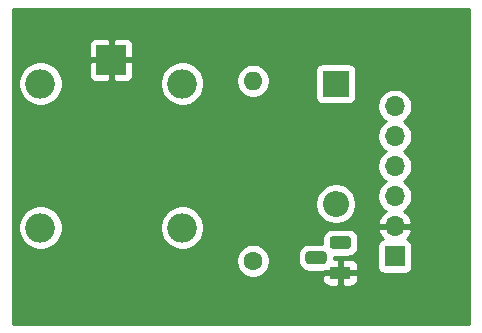
<source format=gbr>
%TF.GenerationSoftware,KiCad,Pcbnew,(5.1.9)-1*%
%TF.CreationDate,2021-08-19T10:12:21-05:00*%
%TF.ProjectId,rele,72656c65-2e6b-4696-9361-645f70636258,rev?*%
%TF.SameCoordinates,Original*%
%TF.FileFunction,Copper,L2,Bot*%
%TF.FilePolarity,Positive*%
%FSLAX46Y46*%
G04 Gerber Fmt 4.6, Leading zero omitted, Abs format (unit mm)*
G04 Created by KiCad (PCBNEW (5.1.9)-1) date 2021-08-19 10:12:21*
%MOMM*%
%LPD*%
G01*
G04 APERTURE LIST*
%TA.AperFunction,ComponentPad*%
%ADD10O,2.500000X2.500000*%
%TD*%
%TA.AperFunction,ComponentPad*%
%ADD11R,2.500000X2.500000*%
%TD*%
%TA.AperFunction,ComponentPad*%
%ADD12O,1.700000X1.700000*%
%TD*%
%TA.AperFunction,ComponentPad*%
%ADD13R,1.700000X1.700000*%
%TD*%
%TA.AperFunction,ComponentPad*%
%ADD14R,1.800000X1.100000*%
%TD*%
%TA.AperFunction,ComponentPad*%
%ADD15O,1.600000X1.600000*%
%TD*%
%TA.AperFunction,ComponentPad*%
%ADD16C,1.600000*%
%TD*%
%TA.AperFunction,ComponentPad*%
%ADD17O,2.200000X2.200000*%
%TD*%
%TA.AperFunction,ComponentPad*%
%ADD18R,2.200000X2.200000*%
%TD*%
%TA.AperFunction,ViaPad*%
%ADD19C,0.800000*%
%TD*%
%TA.AperFunction,Conductor*%
%ADD20C,0.254000*%
%TD*%
%TA.AperFunction,Conductor*%
%ADD21C,0.100000*%
%TD*%
G04 APERTURE END LIST*
D10*
%TO.P,K1,5*%
%TO.N,+5V*%
X115000000Y-70000000D03*
%TO.P,K1,4*%
%TO.N,Net-(K1-Pad4)*%
X115000000Y-82200000D03*
%TO.P,K1,3*%
%TO.N,/OUT*%
X103000000Y-82200000D03*
%TO.P,K1,2*%
%TO.N,Net-(D1-Pad2)*%
X103000000Y-70000000D03*
D11*
%TO.P,K1,1*%
%TO.N,GND*%
X109000000Y-68000000D03*
%TD*%
D12*
%TO.P,J1,6*%
%TO.N,+5V*%
X133000000Y-71920000D03*
%TO.P,J1,5*%
%TO.N,/D*%
X133000000Y-74460000D03*
%TO.P,J1,4*%
%TO.N,+12V*%
X133000000Y-77000000D03*
%TO.P,J1,3*%
X133000000Y-79540000D03*
%TO.P,J1,2*%
%TO.N,GND*%
X133000000Y-82080000D03*
D13*
%TO.P,J1,1*%
%TO.N,/OUT*%
X133000000Y-84620000D03*
%TD*%
D14*
%TO.P,Q1,1*%
%TO.N,GND*%
X128400000Y-86000000D03*
%TO.P,Q1,3*%
%TO.N,Net-(D1-Pad2)*%
%TA.AperFunction,ComponentPad*%
G36*
G01*
X129025000Y-84010000D02*
X127775000Y-84010000D01*
G75*
G02*
X127500000Y-83735000I0J275000D01*
G01*
X127500000Y-83185000D01*
G75*
G02*
X127775000Y-82910000I275000J0D01*
G01*
X129025000Y-82910000D01*
G75*
G02*
X129300000Y-83185000I0J-275000D01*
G01*
X129300000Y-83735000D01*
G75*
G02*
X129025000Y-84010000I-275000J0D01*
G01*
G37*
%TD.AperFunction*%
%TO.P,Q1,2*%
%TO.N,Net-(Q1-Pad2)*%
%TA.AperFunction,ComponentPad*%
G36*
G01*
X126955000Y-85280000D02*
X125705000Y-85280000D01*
G75*
G02*
X125430000Y-85005000I0J275000D01*
G01*
X125430000Y-84455000D01*
G75*
G02*
X125705000Y-84180000I275000J0D01*
G01*
X126955000Y-84180000D01*
G75*
G02*
X127230000Y-84455000I0J-275000D01*
G01*
X127230000Y-85005000D01*
G75*
G02*
X126955000Y-85280000I-275000J0D01*
G01*
G37*
%TD.AperFunction*%
%TD*%
D15*
%TO.P,R1,2*%
%TO.N,/D*%
X121000000Y-69760000D03*
D16*
%TO.P,R1,1*%
%TO.N,Net-(Q1-Pad2)*%
X121000000Y-85000000D03*
%TD*%
D17*
%TO.P,D1,2*%
%TO.N,Net-(D1-Pad2)*%
X128000000Y-80160000D03*
D18*
%TO.P,D1,1*%
%TO.N,+5V*%
X128000000Y-70000000D03*
%TD*%
D19*
%TO.N,GND*%
X102000000Y-65000000D03*
X104000000Y-65000000D03*
X106000000Y-65000000D03*
X108000000Y-65000000D03*
X110000000Y-65000000D03*
X112000000Y-65000000D03*
X114000000Y-65000000D03*
X116000000Y-65000000D03*
X118000000Y-65000000D03*
X120000000Y-65000000D03*
X122000000Y-65000000D03*
X124000000Y-65000000D03*
X126000000Y-65000000D03*
X128000000Y-65000000D03*
X130000000Y-65000000D03*
X132000000Y-65000000D03*
X134000000Y-65000000D03*
X136000000Y-65000000D03*
X138000000Y-65000000D03*
X137000000Y-66000000D03*
X135000000Y-66000000D03*
X133000000Y-66000000D03*
X131000000Y-66000000D03*
X129000000Y-66000000D03*
X127000000Y-66000000D03*
X128000000Y-67000000D03*
X130000000Y-67000000D03*
X132000000Y-67000000D03*
X134000000Y-67000000D03*
X136000000Y-67000000D03*
X138000000Y-67000000D03*
X137000000Y-68000000D03*
X135000000Y-68000000D03*
X133000000Y-68000000D03*
X131000000Y-68000000D03*
X131000000Y-70000000D03*
X132000000Y-69000000D03*
X133000000Y-70000000D03*
X134000000Y-69000000D03*
X135000000Y-70000000D03*
X136000000Y-69000000D03*
X137000000Y-70000000D03*
X138000000Y-69000000D03*
X138000000Y-71000000D03*
X136000000Y-71000000D03*
X135000000Y-72000000D03*
X136000000Y-73000000D03*
X137000000Y-72000000D03*
X138000000Y-73000000D03*
X135000000Y-74000000D03*
X136000000Y-75000000D03*
X137000000Y-74000000D03*
X138000000Y-75000000D03*
X138000000Y-77000000D03*
X135000000Y-76000000D03*
X136000000Y-77000000D03*
X137000000Y-76000000D03*
X137000000Y-78000000D03*
X135000000Y-78000000D03*
X138000000Y-79000000D03*
X136000000Y-79000000D03*
X135000000Y-80000000D03*
X137000000Y-80000000D03*
X138000000Y-81000000D03*
X136000000Y-81000000D03*
X135000000Y-82000000D03*
X137000000Y-82000000D03*
X138000000Y-83000000D03*
X136000000Y-83000000D03*
X135000000Y-84000000D03*
X137000000Y-84000000D03*
X138000000Y-85000000D03*
X136000000Y-85000000D03*
X135000000Y-86000000D03*
X137000000Y-86000000D03*
X136000000Y-87000000D03*
X135000000Y-88000000D03*
X134000000Y-89000000D03*
X136000000Y-89000000D03*
X137000000Y-88000000D03*
X138000000Y-87000000D03*
X138000000Y-89000000D03*
X102000000Y-67000000D03*
X102000000Y-67000000D03*
X103000000Y-66000000D03*
X104000000Y-67000000D03*
X105000000Y-66000000D03*
X106000000Y-67000000D03*
X112000000Y-67000000D03*
X113000000Y-66000000D03*
X114000000Y-67000000D03*
X115000000Y-66000000D03*
X105000000Y-68000000D03*
X106000000Y-69000000D03*
X107000000Y-71000000D03*
X108000000Y-72000000D03*
X109000000Y-73000000D03*
X109000000Y-73000000D03*
X110000000Y-74000000D03*
X111000000Y-75000000D03*
X112000000Y-76000000D03*
X114000000Y-76000000D03*
X116000000Y-76000000D03*
X118000000Y-76000000D03*
X120000000Y-76000000D03*
X122000000Y-76000000D03*
X124000000Y-76000000D03*
X126000000Y-76000000D03*
X128000000Y-76000000D03*
X130000000Y-76000000D03*
X131000000Y-77000000D03*
X130000000Y-78000000D03*
X129000000Y-77000000D03*
X109000000Y-71000000D03*
X111000000Y-71000000D03*
X112000000Y-69000000D03*
X110000000Y-72000000D03*
X112000000Y-72000000D03*
X111000000Y-73000000D03*
X113000000Y-73000000D03*
X115000000Y-73000000D03*
X117000000Y-73000000D03*
X119000000Y-73000000D03*
X121000000Y-73000000D03*
X118000000Y-72000000D03*
X120000000Y-72000000D03*
X119000000Y-71000000D03*
X112000000Y-74000000D03*
X114000000Y-74000000D03*
X116000000Y-74000000D03*
X118000000Y-74000000D03*
X120000000Y-74000000D03*
X122000000Y-74000000D03*
X113000000Y-75000000D03*
X115000000Y-75000000D03*
X117000000Y-75000000D03*
X119000000Y-75000000D03*
X121000000Y-75000000D03*
X123000000Y-75000000D03*
X131000000Y-79000000D03*
X131000000Y-81000000D03*
X131000000Y-83000000D03*
X131000000Y-85000000D03*
X102000000Y-73000000D03*
X102000000Y-75000000D03*
X102000000Y-77000000D03*
X102000000Y-79000000D03*
X103000000Y-74000000D03*
X103000000Y-76000000D03*
X103000000Y-78000000D03*
X104000000Y-79000000D03*
X104000000Y-77000000D03*
X104000000Y-75000000D03*
X105000000Y-76000000D03*
X105000000Y-78000000D03*
X105000000Y-80000000D03*
X106000000Y-77000000D03*
X106000000Y-79000000D03*
X106000000Y-81000000D03*
X106000000Y-83000000D03*
X107000000Y-82000000D03*
X107000000Y-80000000D03*
X107000000Y-78000000D03*
X108000000Y-79000000D03*
X108000000Y-81000000D03*
X108000000Y-83000000D03*
X108000000Y-85000000D03*
X107000000Y-84000000D03*
X109000000Y-86000000D03*
X109000000Y-84000000D03*
X109000000Y-82000000D03*
X109000000Y-80000000D03*
X110000000Y-81000000D03*
X110000000Y-83000000D03*
X110000000Y-85000000D03*
X110000000Y-87000000D03*
X111000000Y-86000000D03*
X111000000Y-84000000D03*
X111000000Y-82000000D03*
X111000000Y-80000000D03*
X110000000Y-79000000D03*
X109000000Y-78000000D03*
X108000000Y-77000000D03*
X107000000Y-76000000D03*
X106000000Y-75000000D03*
X105000000Y-74000000D03*
X104000000Y-73000000D03*
X112000000Y-81000000D03*
X112000000Y-83000000D03*
X112000000Y-85000000D03*
X112000000Y-87000000D03*
X113000000Y-86000000D03*
X113000000Y-84000000D03*
X113000000Y-80000000D03*
X114000000Y-85000000D03*
X114000000Y-87000000D03*
X115000000Y-86000000D03*
X116000000Y-87000000D03*
X116000000Y-85000000D03*
X117000000Y-86000000D03*
X118000000Y-87000000D03*
X118000000Y-85000000D03*
X118000000Y-83000000D03*
X118000000Y-81000000D03*
X117000000Y-80000000D03*
X117000000Y-84000000D03*
X119000000Y-82000000D03*
X119000000Y-80000000D03*
X119000000Y-84000000D03*
X119000000Y-86000000D03*
X120000000Y-87000000D03*
X120000000Y-83000000D03*
X120000000Y-81000000D03*
X121000000Y-80000000D03*
X121000000Y-82000000D03*
X122000000Y-81000000D03*
X123000000Y-80000000D03*
X123000000Y-82000000D03*
X122000000Y-83000000D03*
X124000000Y-83000000D03*
X124000000Y-81000000D03*
X125000000Y-80000000D03*
X125000000Y-82000000D03*
X126000000Y-83000000D03*
X126000000Y-81000000D03*
X122000000Y-87000000D03*
X124000000Y-87000000D03*
X126000000Y-87000000D03*
X102000000Y-85000000D03*
X102000000Y-87000000D03*
X102000000Y-89000000D03*
X103000000Y-86000000D03*
X103000000Y-88000000D03*
X104000000Y-87000000D03*
X104000000Y-85000000D03*
X105000000Y-86000000D03*
X106000000Y-87000000D03*
X105000000Y-88000000D03*
X104000000Y-89000000D03*
X106000000Y-89000000D03*
X107000000Y-88000000D03*
X108000000Y-89000000D03*
X126000000Y-72000000D03*
X125000000Y-71000000D03*
X124000000Y-70000000D03*
X123000000Y-69000000D03*
X127000000Y-73000000D03*
X113000000Y-68000000D03*
%TD*%
D20*
%TO.N,GND*%
X139315001Y-90315000D02*
X100685000Y-90315000D01*
X100685000Y-86550000D01*
X126861928Y-86550000D01*
X126874188Y-86674482D01*
X126910498Y-86794180D01*
X126969463Y-86904494D01*
X127048815Y-87001185D01*
X127145506Y-87080537D01*
X127255820Y-87139502D01*
X127375518Y-87175812D01*
X127500000Y-87188072D01*
X128114250Y-87185000D01*
X128273000Y-87026250D01*
X128273000Y-86127000D01*
X128527000Y-86127000D01*
X128527000Y-87026250D01*
X128685750Y-87185000D01*
X129300000Y-87188072D01*
X129424482Y-87175812D01*
X129544180Y-87139502D01*
X129654494Y-87080537D01*
X129751185Y-87001185D01*
X129830537Y-86904494D01*
X129889502Y-86794180D01*
X129925812Y-86674482D01*
X129938072Y-86550000D01*
X129935000Y-86285750D01*
X129776250Y-86127000D01*
X128527000Y-86127000D01*
X128273000Y-86127000D01*
X127023750Y-86127000D01*
X126865000Y-86285750D01*
X126861928Y-86550000D01*
X100685000Y-86550000D01*
X100685000Y-84858665D01*
X119565000Y-84858665D01*
X119565000Y-85141335D01*
X119620147Y-85418574D01*
X119728320Y-85679727D01*
X119885363Y-85914759D01*
X120085241Y-86114637D01*
X120320273Y-86271680D01*
X120581426Y-86379853D01*
X120858665Y-86435000D01*
X121141335Y-86435000D01*
X121418574Y-86379853D01*
X121679727Y-86271680D01*
X121914759Y-86114637D01*
X122114637Y-85914759D01*
X122271680Y-85679727D01*
X122379853Y-85418574D01*
X122435000Y-85141335D01*
X122435000Y-84858665D01*
X122379853Y-84581426D01*
X122327486Y-84455000D01*
X124791928Y-84455000D01*
X124791928Y-85005000D01*
X124809472Y-85183132D01*
X124861431Y-85354418D01*
X124945808Y-85512276D01*
X125059361Y-85650639D01*
X125197724Y-85764192D01*
X125355582Y-85848569D01*
X125526868Y-85900528D01*
X125705000Y-85918072D01*
X126955000Y-85918072D01*
X127133132Y-85900528D01*
X127223880Y-85873000D01*
X128273000Y-85873000D01*
X128273000Y-84973750D01*
X128527000Y-84973750D01*
X128527000Y-85873000D01*
X129776250Y-85873000D01*
X129935000Y-85714250D01*
X129938072Y-85450000D01*
X129925812Y-85325518D01*
X129889502Y-85205820D01*
X129830537Y-85095506D01*
X129751185Y-84998815D01*
X129654494Y-84919463D01*
X129544180Y-84860498D01*
X129424482Y-84824188D01*
X129300000Y-84811928D01*
X128685750Y-84815000D01*
X128527000Y-84973750D01*
X128273000Y-84973750D01*
X128114250Y-84815000D01*
X127868072Y-84813769D01*
X127868072Y-84648072D01*
X129025000Y-84648072D01*
X129203132Y-84630528D01*
X129374418Y-84578569D01*
X129532276Y-84494192D01*
X129670639Y-84380639D01*
X129784192Y-84242276D01*
X129868569Y-84084418D01*
X129920528Y-83913132D01*
X129934624Y-83770000D01*
X131511928Y-83770000D01*
X131511928Y-85470000D01*
X131524188Y-85594482D01*
X131560498Y-85714180D01*
X131619463Y-85824494D01*
X131698815Y-85921185D01*
X131795506Y-86000537D01*
X131905820Y-86059502D01*
X132025518Y-86095812D01*
X132150000Y-86108072D01*
X133850000Y-86108072D01*
X133974482Y-86095812D01*
X134094180Y-86059502D01*
X134204494Y-86000537D01*
X134301185Y-85921185D01*
X134380537Y-85824494D01*
X134439502Y-85714180D01*
X134475812Y-85594482D01*
X134488072Y-85470000D01*
X134488072Y-83770000D01*
X134475812Y-83645518D01*
X134439502Y-83525820D01*
X134380537Y-83415506D01*
X134301185Y-83318815D01*
X134204494Y-83239463D01*
X134094180Y-83180498D01*
X134013534Y-83156034D01*
X134097588Y-83080269D01*
X134271641Y-82846920D01*
X134396825Y-82584099D01*
X134441476Y-82436890D01*
X134320155Y-82207000D01*
X133127000Y-82207000D01*
X133127000Y-82227000D01*
X132873000Y-82227000D01*
X132873000Y-82207000D01*
X131679845Y-82207000D01*
X131558524Y-82436890D01*
X131603175Y-82584099D01*
X131728359Y-82846920D01*
X131902412Y-83080269D01*
X131986466Y-83156034D01*
X131905820Y-83180498D01*
X131795506Y-83239463D01*
X131698815Y-83318815D01*
X131619463Y-83415506D01*
X131560498Y-83525820D01*
X131524188Y-83645518D01*
X131511928Y-83770000D01*
X129934624Y-83770000D01*
X129938072Y-83735000D01*
X129938072Y-83185000D01*
X129920528Y-83006868D01*
X129868569Y-82835582D01*
X129784192Y-82677724D01*
X129670639Y-82539361D01*
X129532276Y-82425808D01*
X129374418Y-82341431D01*
X129203132Y-82289472D01*
X129025000Y-82271928D01*
X127775000Y-82271928D01*
X127596868Y-82289472D01*
X127425582Y-82341431D01*
X127267724Y-82425808D01*
X127129361Y-82539361D01*
X127015808Y-82677724D01*
X126931431Y-82835582D01*
X126879472Y-83006868D01*
X126861928Y-83185000D01*
X126861928Y-83541928D01*
X125705000Y-83541928D01*
X125526868Y-83559472D01*
X125355582Y-83611431D01*
X125197724Y-83695808D01*
X125059361Y-83809361D01*
X124945808Y-83947724D01*
X124861431Y-84105582D01*
X124809472Y-84276868D01*
X124791928Y-84455000D01*
X122327486Y-84455000D01*
X122271680Y-84320273D01*
X122114637Y-84085241D01*
X121914759Y-83885363D01*
X121679727Y-83728320D01*
X121418574Y-83620147D01*
X121141335Y-83565000D01*
X120858665Y-83565000D01*
X120581426Y-83620147D01*
X120320273Y-83728320D01*
X120085241Y-83885363D01*
X119885363Y-84085241D01*
X119728320Y-84320273D01*
X119620147Y-84581426D01*
X119565000Y-84858665D01*
X100685000Y-84858665D01*
X100685000Y-82014344D01*
X101115000Y-82014344D01*
X101115000Y-82385656D01*
X101187439Y-82749834D01*
X101329534Y-83092882D01*
X101535825Y-83401618D01*
X101798382Y-83664175D01*
X102107118Y-83870466D01*
X102450166Y-84012561D01*
X102814344Y-84085000D01*
X103185656Y-84085000D01*
X103549834Y-84012561D01*
X103892882Y-83870466D01*
X104201618Y-83664175D01*
X104464175Y-83401618D01*
X104670466Y-83092882D01*
X104812561Y-82749834D01*
X104885000Y-82385656D01*
X104885000Y-82014344D01*
X113115000Y-82014344D01*
X113115000Y-82385656D01*
X113187439Y-82749834D01*
X113329534Y-83092882D01*
X113535825Y-83401618D01*
X113798382Y-83664175D01*
X114107118Y-83870466D01*
X114450166Y-84012561D01*
X114814344Y-84085000D01*
X115185656Y-84085000D01*
X115549834Y-84012561D01*
X115892882Y-83870466D01*
X116201618Y-83664175D01*
X116464175Y-83401618D01*
X116670466Y-83092882D01*
X116812561Y-82749834D01*
X116885000Y-82385656D01*
X116885000Y-82014344D01*
X116812561Y-81650166D01*
X116670466Y-81307118D01*
X116464175Y-80998382D01*
X116201618Y-80735825D01*
X115892882Y-80529534D01*
X115549834Y-80387439D01*
X115185656Y-80315000D01*
X114814344Y-80315000D01*
X114450166Y-80387439D01*
X114107118Y-80529534D01*
X113798382Y-80735825D01*
X113535825Y-80998382D01*
X113329534Y-81307118D01*
X113187439Y-81650166D01*
X113115000Y-82014344D01*
X104885000Y-82014344D01*
X104812561Y-81650166D01*
X104670466Y-81307118D01*
X104464175Y-80998382D01*
X104201618Y-80735825D01*
X103892882Y-80529534D01*
X103549834Y-80387439D01*
X103185656Y-80315000D01*
X102814344Y-80315000D01*
X102450166Y-80387439D01*
X102107118Y-80529534D01*
X101798382Y-80735825D01*
X101535825Y-80998382D01*
X101329534Y-81307118D01*
X101187439Y-81650166D01*
X101115000Y-82014344D01*
X100685000Y-82014344D01*
X100685000Y-79989117D01*
X126265000Y-79989117D01*
X126265000Y-80330883D01*
X126331675Y-80666081D01*
X126462463Y-80981831D01*
X126652337Y-81265998D01*
X126894002Y-81507663D01*
X127178169Y-81697537D01*
X127493919Y-81828325D01*
X127829117Y-81895000D01*
X128170883Y-81895000D01*
X128506081Y-81828325D01*
X128821831Y-81697537D01*
X129105998Y-81507663D01*
X129347663Y-81265998D01*
X129537537Y-80981831D01*
X129668325Y-80666081D01*
X129735000Y-80330883D01*
X129735000Y-79989117D01*
X129668325Y-79653919D01*
X129537537Y-79338169D01*
X129347663Y-79054002D01*
X129105998Y-78812337D01*
X128821831Y-78622463D01*
X128506081Y-78491675D01*
X128170883Y-78425000D01*
X127829117Y-78425000D01*
X127493919Y-78491675D01*
X127178169Y-78622463D01*
X126894002Y-78812337D01*
X126652337Y-79054002D01*
X126462463Y-79338169D01*
X126331675Y-79653919D01*
X126265000Y-79989117D01*
X100685000Y-79989117D01*
X100685000Y-69814344D01*
X101115000Y-69814344D01*
X101115000Y-70185656D01*
X101187439Y-70549834D01*
X101329534Y-70892882D01*
X101535825Y-71201618D01*
X101798382Y-71464175D01*
X102107118Y-71670466D01*
X102450166Y-71812561D01*
X102814344Y-71885000D01*
X103185656Y-71885000D01*
X103549834Y-71812561D01*
X103892882Y-71670466D01*
X104201618Y-71464175D01*
X104464175Y-71201618D01*
X104670466Y-70892882D01*
X104812561Y-70549834D01*
X104885000Y-70185656D01*
X104885000Y-69814344D01*
X104812561Y-69450166D01*
X104729650Y-69250000D01*
X107111928Y-69250000D01*
X107124188Y-69374482D01*
X107160498Y-69494180D01*
X107219463Y-69604494D01*
X107298815Y-69701185D01*
X107395506Y-69780537D01*
X107505820Y-69839502D01*
X107625518Y-69875812D01*
X107750000Y-69888072D01*
X108714250Y-69885000D01*
X108873000Y-69726250D01*
X108873000Y-68127000D01*
X109127000Y-68127000D01*
X109127000Y-69726250D01*
X109285750Y-69885000D01*
X110250000Y-69888072D01*
X110374482Y-69875812D01*
X110494180Y-69839502D01*
X110541246Y-69814344D01*
X113115000Y-69814344D01*
X113115000Y-70185656D01*
X113187439Y-70549834D01*
X113329534Y-70892882D01*
X113535825Y-71201618D01*
X113798382Y-71464175D01*
X114107118Y-71670466D01*
X114450166Y-71812561D01*
X114814344Y-71885000D01*
X115185656Y-71885000D01*
X115549834Y-71812561D01*
X115643556Y-71773740D01*
X131515000Y-71773740D01*
X131515000Y-72066260D01*
X131572068Y-72353158D01*
X131684010Y-72623411D01*
X131846525Y-72866632D01*
X132053368Y-73073475D01*
X132227760Y-73190000D01*
X132053368Y-73306525D01*
X131846525Y-73513368D01*
X131684010Y-73756589D01*
X131572068Y-74026842D01*
X131515000Y-74313740D01*
X131515000Y-74606260D01*
X131572068Y-74893158D01*
X131684010Y-75163411D01*
X131846525Y-75406632D01*
X132053368Y-75613475D01*
X132227760Y-75730000D01*
X132053368Y-75846525D01*
X131846525Y-76053368D01*
X131684010Y-76296589D01*
X131572068Y-76566842D01*
X131515000Y-76853740D01*
X131515000Y-77146260D01*
X131572068Y-77433158D01*
X131684010Y-77703411D01*
X131846525Y-77946632D01*
X132053368Y-78153475D01*
X132227760Y-78270000D01*
X132053368Y-78386525D01*
X131846525Y-78593368D01*
X131684010Y-78836589D01*
X131572068Y-79106842D01*
X131515000Y-79393740D01*
X131515000Y-79686260D01*
X131572068Y-79973158D01*
X131684010Y-80243411D01*
X131846525Y-80486632D01*
X132053368Y-80693475D01*
X132235534Y-80815195D01*
X132118645Y-80884822D01*
X131902412Y-81079731D01*
X131728359Y-81313080D01*
X131603175Y-81575901D01*
X131558524Y-81723110D01*
X131679845Y-81953000D01*
X132873000Y-81953000D01*
X132873000Y-81933000D01*
X133127000Y-81933000D01*
X133127000Y-81953000D01*
X134320155Y-81953000D01*
X134441476Y-81723110D01*
X134396825Y-81575901D01*
X134271641Y-81313080D01*
X134097588Y-81079731D01*
X133881355Y-80884822D01*
X133764466Y-80815195D01*
X133946632Y-80693475D01*
X134153475Y-80486632D01*
X134315990Y-80243411D01*
X134427932Y-79973158D01*
X134485000Y-79686260D01*
X134485000Y-79393740D01*
X134427932Y-79106842D01*
X134315990Y-78836589D01*
X134153475Y-78593368D01*
X133946632Y-78386525D01*
X133772240Y-78270000D01*
X133946632Y-78153475D01*
X134153475Y-77946632D01*
X134315990Y-77703411D01*
X134427932Y-77433158D01*
X134485000Y-77146260D01*
X134485000Y-76853740D01*
X134427932Y-76566842D01*
X134315990Y-76296589D01*
X134153475Y-76053368D01*
X133946632Y-75846525D01*
X133772240Y-75730000D01*
X133946632Y-75613475D01*
X134153475Y-75406632D01*
X134315990Y-75163411D01*
X134427932Y-74893158D01*
X134485000Y-74606260D01*
X134485000Y-74313740D01*
X134427932Y-74026842D01*
X134315990Y-73756589D01*
X134153475Y-73513368D01*
X133946632Y-73306525D01*
X133772240Y-73190000D01*
X133946632Y-73073475D01*
X134153475Y-72866632D01*
X134315990Y-72623411D01*
X134427932Y-72353158D01*
X134485000Y-72066260D01*
X134485000Y-71773740D01*
X134427932Y-71486842D01*
X134315990Y-71216589D01*
X134153475Y-70973368D01*
X133946632Y-70766525D01*
X133703411Y-70604010D01*
X133433158Y-70492068D01*
X133146260Y-70435000D01*
X132853740Y-70435000D01*
X132566842Y-70492068D01*
X132296589Y-70604010D01*
X132053368Y-70766525D01*
X131846525Y-70973368D01*
X131684010Y-71216589D01*
X131572068Y-71486842D01*
X131515000Y-71773740D01*
X115643556Y-71773740D01*
X115892882Y-71670466D01*
X116201618Y-71464175D01*
X116464175Y-71201618D01*
X116670466Y-70892882D01*
X116812561Y-70549834D01*
X116885000Y-70185656D01*
X116885000Y-69814344D01*
X116846078Y-69618665D01*
X119565000Y-69618665D01*
X119565000Y-69901335D01*
X119620147Y-70178574D01*
X119728320Y-70439727D01*
X119885363Y-70674759D01*
X120085241Y-70874637D01*
X120320273Y-71031680D01*
X120581426Y-71139853D01*
X120858665Y-71195000D01*
X121141335Y-71195000D01*
X121418574Y-71139853D01*
X121679727Y-71031680D01*
X121914759Y-70874637D01*
X122114637Y-70674759D01*
X122271680Y-70439727D01*
X122379853Y-70178574D01*
X122435000Y-69901335D01*
X122435000Y-69618665D01*
X122379853Y-69341426D01*
X122271680Y-69080273D01*
X122151226Y-68900000D01*
X126261928Y-68900000D01*
X126261928Y-71100000D01*
X126274188Y-71224482D01*
X126310498Y-71344180D01*
X126369463Y-71454494D01*
X126448815Y-71551185D01*
X126545506Y-71630537D01*
X126655820Y-71689502D01*
X126775518Y-71725812D01*
X126900000Y-71738072D01*
X129100000Y-71738072D01*
X129224482Y-71725812D01*
X129344180Y-71689502D01*
X129454494Y-71630537D01*
X129551185Y-71551185D01*
X129630537Y-71454494D01*
X129689502Y-71344180D01*
X129725812Y-71224482D01*
X129738072Y-71100000D01*
X129738072Y-68900000D01*
X129725812Y-68775518D01*
X129689502Y-68655820D01*
X129630537Y-68545506D01*
X129551185Y-68448815D01*
X129454494Y-68369463D01*
X129344180Y-68310498D01*
X129224482Y-68274188D01*
X129100000Y-68261928D01*
X126900000Y-68261928D01*
X126775518Y-68274188D01*
X126655820Y-68310498D01*
X126545506Y-68369463D01*
X126448815Y-68448815D01*
X126369463Y-68545506D01*
X126310498Y-68655820D01*
X126274188Y-68775518D01*
X126261928Y-68900000D01*
X122151226Y-68900000D01*
X122114637Y-68845241D01*
X121914759Y-68645363D01*
X121679727Y-68488320D01*
X121418574Y-68380147D01*
X121141335Y-68325000D01*
X120858665Y-68325000D01*
X120581426Y-68380147D01*
X120320273Y-68488320D01*
X120085241Y-68645363D01*
X119885363Y-68845241D01*
X119728320Y-69080273D01*
X119620147Y-69341426D01*
X119565000Y-69618665D01*
X116846078Y-69618665D01*
X116812561Y-69450166D01*
X116670466Y-69107118D01*
X116464175Y-68798382D01*
X116201618Y-68535825D01*
X115892882Y-68329534D01*
X115549834Y-68187439D01*
X115185656Y-68115000D01*
X114814344Y-68115000D01*
X114450166Y-68187439D01*
X114107118Y-68329534D01*
X113798382Y-68535825D01*
X113535825Y-68798382D01*
X113329534Y-69107118D01*
X113187439Y-69450166D01*
X113115000Y-69814344D01*
X110541246Y-69814344D01*
X110604494Y-69780537D01*
X110701185Y-69701185D01*
X110780537Y-69604494D01*
X110839502Y-69494180D01*
X110875812Y-69374482D01*
X110888072Y-69250000D01*
X110885000Y-68285750D01*
X110726250Y-68127000D01*
X109127000Y-68127000D01*
X108873000Y-68127000D01*
X107273750Y-68127000D01*
X107115000Y-68285750D01*
X107111928Y-69250000D01*
X104729650Y-69250000D01*
X104670466Y-69107118D01*
X104464175Y-68798382D01*
X104201618Y-68535825D01*
X103892882Y-68329534D01*
X103549834Y-68187439D01*
X103185656Y-68115000D01*
X102814344Y-68115000D01*
X102450166Y-68187439D01*
X102107118Y-68329534D01*
X101798382Y-68535825D01*
X101535825Y-68798382D01*
X101329534Y-69107118D01*
X101187439Y-69450166D01*
X101115000Y-69814344D01*
X100685000Y-69814344D01*
X100685000Y-66750000D01*
X107111928Y-66750000D01*
X107115000Y-67714250D01*
X107273750Y-67873000D01*
X108873000Y-67873000D01*
X108873000Y-66273750D01*
X109127000Y-66273750D01*
X109127000Y-67873000D01*
X110726250Y-67873000D01*
X110885000Y-67714250D01*
X110888072Y-66750000D01*
X110875812Y-66625518D01*
X110839502Y-66505820D01*
X110780537Y-66395506D01*
X110701185Y-66298815D01*
X110604494Y-66219463D01*
X110494180Y-66160498D01*
X110374482Y-66124188D01*
X110250000Y-66111928D01*
X109285750Y-66115000D01*
X109127000Y-66273750D01*
X108873000Y-66273750D01*
X108714250Y-66115000D01*
X107750000Y-66111928D01*
X107625518Y-66124188D01*
X107505820Y-66160498D01*
X107395506Y-66219463D01*
X107298815Y-66298815D01*
X107219463Y-66395506D01*
X107160498Y-66505820D01*
X107124188Y-66625518D01*
X107111928Y-66750000D01*
X100685000Y-66750000D01*
X100685000Y-63685000D01*
X139315000Y-63685000D01*
X139315001Y-90315000D01*
%TA.AperFunction,Conductor*%
D21*
G36*
X139315001Y-90315000D02*
G01*
X100685000Y-90315000D01*
X100685000Y-86550000D01*
X126861928Y-86550000D01*
X126874188Y-86674482D01*
X126910498Y-86794180D01*
X126969463Y-86904494D01*
X127048815Y-87001185D01*
X127145506Y-87080537D01*
X127255820Y-87139502D01*
X127375518Y-87175812D01*
X127500000Y-87188072D01*
X128114250Y-87185000D01*
X128273000Y-87026250D01*
X128273000Y-86127000D01*
X128527000Y-86127000D01*
X128527000Y-87026250D01*
X128685750Y-87185000D01*
X129300000Y-87188072D01*
X129424482Y-87175812D01*
X129544180Y-87139502D01*
X129654494Y-87080537D01*
X129751185Y-87001185D01*
X129830537Y-86904494D01*
X129889502Y-86794180D01*
X129925812Y-86674482D01*
X129938072Y-86550000D01*
X129935000Y-86285750D01*
X129776250Y-86127000D01*
X128527000Y-86127000D01*
X128273000Y-86127000D01*
X127023750Y-86127000D01*
X126865000Y-86285750D01*
X126861928Y-86550000D01*
X100685000Y-86550000D01*
X100685000Y-84858665D01*
X119565000Y-84858665D01*
X119565000Y-85141335D01*
X119620147Y-85418574D01*
X119728320Y-85679727D01*
X119885363Y-85914759D01*
X120085241Y-86114637D01*
X120320273Y-86271680D01*
X120581426Y-86379853D01*
X120858665Y-86435000D01*
X121141335Y-86435000D01*
X121418574Y-86379853D01*
X121679727Y-86271680D01*
X121914759Y-86114637D01*
X122114637Y-85914759D01*
X122271680Y-85679727D01*
X122379853Y-85418574D01*
X122435000Y-85141335D01*
X122435000Y-84858665D01*
X122379853Y-84581426D01*
X122327486Y-84455000D01*
X124791928Y-84455000D01*
X124791928Y-85005000D01*
X124809472Y-85183132D01*
X124861431Y-85354418D01*
X124945808Y-85512276D01*
X125059361Y-85650639D01*
X125197724Y-85764192D01*
X125355582Y-85848569D01*
X125526868Y-85900528D01*
X125705000Y-85918072D01*
X126955000Y-85918072D01*
X127133132Y-85900528D01*
X127223880Y-85873000D01*
X128273000Y-85873000D01*
X128273000Y-84973750D01*
X128527000Y-84973750D01*
X128527000Y-85873000D01*
X129776250Y-85873000D01*
X129935000Y-85714250D01*
X129938072Y-85450000D01*
X129925812Y-85325518D01*
X129889502Y-85205820D01*
X129830537Y-85095506D01*
X129751185Y-84998815D01*
X129654494Y-84919463D01*
X129544180Y-84860498D01*
X129424482Y-84824188D01*
X129300000Y-84811928D01*
X128685750Y-84815000D01*
X128527000Y-84973750D01*
X128273000Y-84973750D01*
X128114250Y-84815000D01*
X127868072Y-84813769D01*
X127868072Y-84648072D01*
X129025000Y-84648072D01*
X129203132Y-84630528D01*
X129374418Y-84578569D01*
X129532276Y-84494192D01*
X129670639Y-84380639D01*
X129784192Y-84242276D01*
X129868569Y-84084418D01*
X129920528Y-83913132D01*
X129934624Y-83770000D01*
X131511928Y-83770000D01*
X131511928Y-85470000D01*
X131524188Y-85594482D01*
X131560498Y-85714180D01*
X131619463Y-85824494D01*
X131698815Y-85921185D01*
X131795506Y-86000537D01*
X131905820Y-86059502D01*
X132025518Y-86095812D01*
X132150000Y-86108072D01*
X133850000Y-86108072D01*
X133974482Y-86095812D01*
X134094180Y-86059502D01*
X134204494Y-86000537D01*
X134301185Y-85921185D01*
X134380537Y-85824494D01*
X134439502Y-85714180D01*
X134475812Y-85594482D01*
X134488072Y-85470000D01*
X134488072Y-83770000D01*
X134475812Y-83645518D01*
X134439502Y-83525820D01*
X134380537Y-83415506D01*
X134301185Y-83318815D01*
X134204494Y-83239463D01*
X134094180Y-83180498D01*
X134013534Y-83156034D01*
X134097588Y-83080269D01*
X134271641Y-82846920D01*
X134396825Y-82584099D01*
X134441476Y-82436890D01*
X134320155Y-82207000D01*
X133127000Y-82207000D01*
X133127000Y-82227000D01*
X132873000Y-82227000D01*
X132873000Y-82207000D01*
X131679845Y-82207000D01*
X131558524Y-82436890D01*
X131603175Y-82584099D01*
X131728359Y-82846920D01*
X131902412Y-83080269D01*
X131986466Y-83156034D01*
X131905820Y-83180498D01*
X131795506Y-83239463D01*
X131698815Y-83318815D01*
X131619463Y-83415506D01*
X131560498Y-83525820D01*
X131524188Y-83645518D01*
X131511928Y-83770000D01*
X129934624Y-83770000D01*
X129938072Y-83735000D01*
X129938072Y-83185000D01*
X129920528Y-83006868D01*
X129868569Y-82835582D01*
X129784192Y-82677724D01*
X129670639Y-82539361D01*
X129532276Y-82425808D01*
X129374418Y-82341431D01*
X129203132Y-82289472D01*
X129025000Y-82271928D01*
X127775000Y-82271928D01*
X127596868Y-82289472D01*
X127425582Y-82341431D01*
X127267724Y-82425808D01*
X127129361Y-82539361D01*
X127015808Y-82677724D01*
X126931431Y-82835582D01*
X126879472Y-83006868D01*
X126861928Y-83185000D01*
X126861928Y-83541928D01*
X125705000Y-83541928D01*
X125526868Y-83559472D01*
X125355582Y-83611431D01*
X125197724Y-83695808D01*
X125059361Y-83809361D01*
X124945808Y-83947724D01*
X124861431Y-84105582D01*
X124809472Y-84276868D01*
X124791928Y-84455000D01*
X122327486Y-84455000D01*
X122271680Y-84320273D01*
X122114637Y-84085241D01*
X121914759Y-83885363D01*
X121679727Y-83728320D01*
X121418574Y-83620147D01*
X121141335Y-83565000D01*
X120858665Y-83565000D01*
X120581426Y-83620147D01*
X120320273Y-83728320D01*
X120085241Y-83885363D01*
X119885363Y-84085241D01*
X119728320Y-84320273D01*
X119620147Y-84581426D01*
X119565000Y-84858665D01*
X100685000Y-84858665D01*
X100685000Y-82014344D01*
X101115000Y-82014344D01*
X101115000Y-82385656D01*
X101187439Y-82749834D01*
X101329534Y-83092882D01*
X101535825Y-83401618D01*
X101798382Y-83664175D01*
X102107118Y-83870466D01*
X102450166Y-84012561D01*
X102814344Y-84085000D01*
X103185656Y-84085000D01*
X103549834Y-84012561D01*
X103892882Y-83870466D01*
X104201618Y-83664175D01*
X104464175Y-83401618D01*
X104670466Y-83092882D01*
X104812561Y-82749834D01*
X104885000Y-82385656D01*
X104885000Y-82014344D01*
X113115000Y-82014344D01*
X113115000Y-82385656D01*
X113187439Y-82749834D01*
X113329534Y-83092882D01*
X113535825Y-83401618D01*
X113798382Y-83664175D01*
X114107118Y-83870466D01*
X114450166Y-84012561D01*
X114814344Y-84085000D01*
X115185656Y-84085000D01*
X115549834Y-84012561D01*
X115892882Y-83870466D01*
X116201618Y-83664175D01*
X116464175Y-83401618D01*
X116670466Y-83092882D01*
X116812561Y-82749834D01*
X116885000Y-82385656D01*
X116885000Y-82014344D01*
X116812561Y-81650166D01*
X116670466Y-81307118D01*
X116464175Y-80998382D01*
X116201618Y-80735825D01*
X115892882Y-80529534D01*
X115549834Y-80387439D01*
X115185656Y-80315000D01*
X114814344Y-80315000D01*
X114450166Y-80387439D01*
X114107118Y-80529534D01*
X113798382Y-80735825D01*
X113535825Y-80998382D01*
X113329534Y-81307118D01*
X113187439Y-81650166D01*
X113115000Y-82014344D01*
X104885000Y-82014344D01*
X104812561Y-81650166D01*
X104670466Y-81307118D01*
X104464175Y-80998382D01*
X104201618Y-80735825D01*
X103892882Y-80529534D01*
X103549834Y-80387439D01*
X103185656Y-80315000D01*
X102814344Y-80315000D01*
X102450166Y-80387439D01*
X102107118Y-80529534D01*
X101798382Y-80735825D01*
X101535825Y-80998382D01*
X101329534Y-81307118D01*
X101187439Y-81650166D01*
X101115000Y-82014344D01*
X100685000Y-82014344D01*
X100685000Y-79989117D01*
X126265000Y-79989117D01*
X126265000Y-80330883D01*
X126331675Y-80666081D01*
X126462463Y-80981831D01*
X126652337Y-81265998D01*
X126894002Y-81507663D01*
X127178169Y-81697537D01*
X127493919Y-81828325D01*
X127829117Y-81895000D01*
X128170883Y-81895000D01*
X128506081Y-81828325D01*
X128821831Y-81697537D01*
X129105998Y-81507663D01*
X129347663Y-81265998D01*
X129537537Y-80981831D01*
X129668325Y-80666081D01*
X129735000Y-80330883D01*
X129735000Y-79989117D01*
X129668325Y-79653919D01*
X129537537Y-79338169D01*
X129347663Y-79054002D01*
X129105998Y-78812337D01*
X128821831Y-78622463D01*
X128506081Y-78491675D01*
X128170883Y-78425000D01*
X127829117Y-78425000D01*
X127493919Y-78491675D01*
X127178169Y-78622463D01*
X126894002Y-78812337D01*
X126652337Y-79054002D01*
X126462463Y-79338169D01*
X126331675Y-79653919D01*
X126265000Y-79989117D01*
X100685000Y-79989117D01*
X100685000Y-69814344D01*
X101115000Y-69814344D01*
X101115000Y-70185656D01*
X101187439Y-70549834D01*
X101329534Y-70892882D01*
X101535825Y-71201618D01*
X101798382Y-71464175D01*
X102107118Y-71670466D01*
X102450166Y-71812561D01*
X102814344Y-71885000D01*
X103185656Y-71885000D01*
X103549834Y-71812561D01*
X103892882Y-71670466D01*
X104201618Y-71464175D01*
X104464175Y-71201618D01*
X104670466Y-70892882D01*
X104812561Y-70549834D01*
X104885000Y-70185656D01*
X104885000Y-69814344D01*
X104812561Y-69450166D01*
X104729650Y-69250000D01*
X107111928Y-69250000D01*
X107124188Y-69374482D01*
X107160498Y-69494180D01*
X107219463Y-69604494D01*
X107298815Y-69701185D01*
X107395506Y-69780537D01*
X107505820Y-69839502D01*
X107625518Y-69875812D01*
X107750000Y-69888072D01*
X108714250Y-69885000D01*
X108873000Y-69726250D01*
X108873000Y-68127000D01*
X109127000Y-68127000D01*
X109127000Y-69726250D01*
X109285750Y-69885000D01*
X110250000Y-69888072D01*
X110374482Y-69875812D01*
X110494180Y-69839502D01*
X110541246Y-69814344D01*
X113115000Y-69814344D01*
X113115000Y-70185656D01*
X113187439Y-70549834D01*
X113329534Y-70892882D01*
X113535825Y-71201618D01*
X113798382Y-71464175D01*
X114107118Y-71670466D01*
X114450166Y-71812561D01*
X114814344Y-71885000D01*
X115185656Y-71885000D01*
X115549834Y-71812561D01*
X115643556Y-71773740D01*
X131515000Y-71773740D01*
X131515000Y-72066260D01*
X131572068Y-72353158D01*
X131684010Y-72623411D01*
X131846525Y-72866632D01*
X132053368Y-73073475D01*
X132227760Y-73190000D01*
X132053368Y-73306525D01*
X131846525Y-73513368D01*
X131684010Y-73756589D01*
X131572068Y-74026842D01*
X131515000Y-74313740D01*
X131515000Y-74606260D01*
X131572068Y-74893158D01*
X131684010Y-75163411D01*
X131846525Y-75406632D01*
X132053368Y-75613475D01*
X132227760Y-75730000D01*
X132053368Y-75846525D01*
X131846525Y-76053368D01*
X131684010Y-76296589D01*
X131572068Y-76566842D01*
X131515000Y-76853740D01*
X131515000Y-77146260D01*
X131572068Y-77433158D01*
X131684010Y-77703411D01*
X131846525Y-77946632D01*
X132053368Y-78153475D01*
X132227760Y-78270000D01*
X132053368Y-78386525D01*
X131846525Y-78593368D01*
X131684010Y-78836589D01*
X131572068Y-79106842D01*
X131515000Y-79393740D01*
X131515000Y-79686260D01*
X131572068Y-79973158D01*
X131684010Y-80243411D01*
X131846525Y-80486632D01*
X132053368Y-80693475D01*
X132235534Y-80815195D01*
X132118645Y-80884822D01*
X131902412Y-81079731D01*
X131728359Y-81313080D01*
X131603175Y-81575901D01*
X131558524Y-81723110D01*
X131679845Y-81953000D01*
X132873000Y-81953000D01*
X132873000Y-81933000D01*
X133127000Y-81933000D01*
X133127000Y-81953000D01*
X134320155Y-81953000D01*
X134441476Y-81723110D01*
X134396825Y-81575901D01*
X134271641Y-81313080D01*
X134097588Y-81079731D01*
X133881355Y-80884822D01*
X133764466Y-80815195D01*
X133946632Y-80693475D01*
X134153475Y-80486632D01*
X134315990Y-80243411D01*
X134427932Y-79973158D01*
X134485000Y-79686260D01*
X134485000Y-79393740D01*
X134427932Y-79106842D01*
X134315990Y-78836589D01*
X134153475Y-78593368D01*
X133946632Y-78386525D01*
X133772240Y-78270000D01*
X133946632Y-78153475D01*
X134153475Y-77946632D01*
X134315990Y-77703411D01*
X134427932Y-77433158D01*
X134485000Y-77146260D01*
X134485000Y-76853740D01*
X134427932Y-76566842D01*
X134315990Y-76296589D01*
X134153475Y-76053368D01*
X133946632Y-75846525D01*
X133772240Y-75730000D01*
X133946632Y-75613475D01*
X134153475Y-75406632D01*
X134315990Y-75163411D01*
X134427932Y-74893158D01*
X134485000Y-74606260D01*
X134485000Y-74313740D01*
X134427932Y-74026842D01*
X134315990Y-73756589D01*
X134153475Y-73513368D01*
X133946632Y-73306525D01*
X133772240Y-73190000D01*
X133946632Y-73073475D01*
X134153475Y-72866632D01*
X134315990Y-72623411D01*
X134427932Y-72353158D01*
X134485000Y-72066260D01*
X134485000Y-71773740D01*
X134427932Y-71486842D01*
X134315990Y-71216589D01*
X134153475Y-70973368D01*
X133946632Y-70766525D01*
X133703411Y-70604010D01*
X133433158Y-70492068D01*
X133146260Y-70435000D01*
X132853740Y-70435000D01*
X132566842Y-70492068D01*
X132296589Y-70604010D01*
X132053368Y-70766525D01*
X131846525Y-70973368D01*
X131684010Y-71216589D01*
X131572068Y-71486842D01*
X131515000Y-71773740D01*
X115643556Y-71773740D01*
X115892882Y-71670466D01*
X116201618Y-71464175D01*
X116464175Y-71201618D01*
X116670466Y-70892882D01*
X116812561Y-70549834D01*
X116885000Y-70185656D01*
X116885000Y-69814344D01*
X116846078Y-69618665D01*
X119565000Y-69618665D01*
X119565000Y-69901335D01*
X119620147Y-70178574D01*
X119728320Y-70439727D01*
X119885363Y-70674759D01*
X120085241Y-70874637D01*
X120320273Y-71031680D01*
X120581426Y-71139853D01*
X120858665Y-71195000D01*
X121141335Y-71195000D01*
X121418574Y-71139853D01*
X121679727Y-71031680D01*
X121914759Y-70874637D01*
X122114637Y-70674759D01*
X122271680Y-70439727D01*
X122379853Y-70178574D01*
X122435000Y-69901335D01*
X122435000Y-69618665D01*
X122379853Y-69341426D01*
X122271680Y-69080273D01*
X122151226Y-68900000D01*
X126261928Y-68900000D01*
X126261928Y-71100000D01*
X126274188Y-71224482D01*
X126310498Y-71344180D01*
X126369463Y-71454494D01*
X126448815Y-71551185D01*
X126545506Y-71630537D01*
X126655820Y-71689502D01*
X126775518Y-71725812D01*
X126900000Y-71738072D01*
X129100000Y-71738072D01*
X129224482Y-71725812D01*
X129344180Y-71689502D01*
X129454494Y-71630537D01*
X129551185Y-71551185D01*
X129630537Y-71454494D01*
X129689502Y-71344180D01*
X129725812Y-71224482D01*
X129738072Y-71100000D01*
X129738072Y-68900000D01*
X129725812Y-68775518D01*
X129689502Y-68655820D01*
X129630537Y-68545506D01*
X129551185Y-68448815D01*
X129454494Y-68369463D01*
X129344180Y-68310498D01*
X129224482Y-68274188D01*
X129100000Y-68261928D01*
X126900000Y-68261928D01*
X126775518Y-68274188D01*
X126655820Y-68310498D01*
X126545506Y-68369463D01*
X126448815Y-68448815D01*
X126369463Y-68545506D01*
X126310498Y-68655820D01*
X126274188Y-68775518D01*
X126261928Y-68900000D01*
X122151226Y-68900000D01*
X122114637Y-68845241D01*
X121914759Y-68645363D01*
X121679727Y-68488320D01*
X121418574Y-68380147D01*
X121141335Y-68325000D01*
X120858665Y-68325000D01*
X120581426Y-68380147D01*
X120320273Y-68488320D01*
X120085241Y-68645363D01*
X119885363Y-68845241D01*
X119728320Y-69080273D01*
X119620147Y-69341426D01*
X119565000Y-69618665D01*
X116846078Y-69618665D01*
X116812561Y-69450166D01*
X116670466Y-69107118D01*
X116464175Y-68798382D01*
X116201618Y-68535825D01*
X115892882Y-68329534D01*
X115549834Y-68187439D01*
X115185656Y-68115000D01*
X114814344Y-68115000D01*
X114450166Y-68187439D01*
X114107118Y-68329534D01*
X113798382Y-68535825D01*
X113535825Y-68798382D01*
X113329534Y-69107118D01*
X113187439Y-69450166D01*
X113115000Y-69814344D01*
X110541246Y-69814344D01*
X110604494Y-69780537D01*
X110701185Y-69701185D01*
X110780537Y-69604494D01*
X110839502Y-69494180D01*
X110875812Y-69374482D01*
X110888072Y-69250000D01*
X110885000Y-68285750D01*
X110726250Y-68127000D01*
X109127000Y-68127000D01*
X108873000Y-68127000D01*
X107273750Y-68127000D01*
X107115000Y-68285750D01*
X107111928Y-69250000D01*
X104729650Y-69250000D01*
X104670466Y-69107118D01*
X104464175Y-68798382D01*
X104201618Y-68535825D01*
X103892882Y-68329534D01*
X103549834Y-68187439D01*
X103185656Y-68115000D01*
X102814344Y-68115000D01*
X102450166Y-68187439D01*
X102107118Y-68329534D01*
X101798382Y-68535825D01*
X101535825Y-68798382D01*
X101329534Y-69107118D01*
X101187439Y-69450166D01*
X101115000Y-69814344D01*
X100685000Y-69814344D01*
X100685000Y-66750000D01*
X107111928Y-66750000D01*
X107115000Y-67714250D01*
X107273750Y-67873000D01*
X108873000Y-67873000D01*
X108873000Y-66273750D01*
X109127000Y-66273750D01*
X109127000Y-67873000D01*
X110726250Y-67873000D01*
X110885000Y-67714250D01*
X110888072Y-66750000D01*
X110875812Y-66625518D01*
X110839502Y-66505820D01*
X110780537Y-66395506D01*
X110701185Y-66298815D01*
X110604494Y-66219463D01*
X110494180Y-66160498D01*
X110374482Y-66124188D01*
X110250000Y-66111928D01*
X109285750Y-66115000D01*
X109127000Y-66273750D01*
X108873000Y-66273750D01*
X108714250Y-66115000D01*
X107750000Y-66111928D01*
X107625518Y-66124188D01*
X107505820Y-66160498D01*
X107395506Y-66219463D01*
X107298815Y-66298815D01*
X107219463Y-66395506D01*
X107160498Y-66505820D01*
X107124188Y-66625518D01*
X107111928Y-66750000D01*
X100685000Y-66750000D01*
X100685000Y-63685000D01*
X139315000Y-63685000D01*
X139315001Y-90315000D01*
G37*
%TD.AperFunction*%
%TD*%
M02*

</source>
